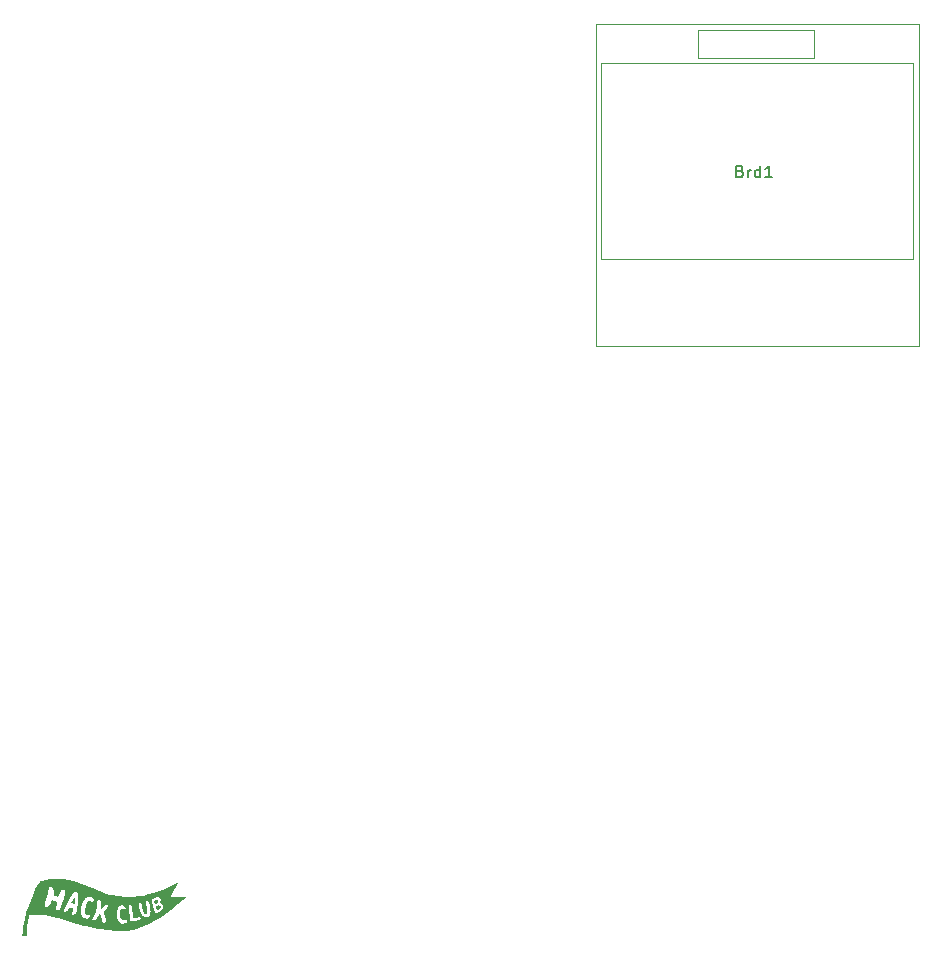
<source format=gbr>
%TF.GenerationSoftware,KiCad,Pcbnew,8.0.5-dirty*%
%TF.CreationDate,2024-10-05T14:38:16-04:00*%
%TF.ProjectId,cool-keyboard,636f6f6c-2d6b-4657-9962-6f6172642e6b,rev?*%
%TF.SameCoordinates,Original*%
%TF.FileFunction,Legend,Top*%
%TF.FilePolarity,Positive*%
%FSLAX46Y46*%
G04 Gerber Fmt 4.6, Leading zero omitted, Abs format (unit mm)*
G04 Created by KiCad (PCBNEW 8.0.5-dirty) date 2024-10-05 14:38:16*
%MOMM*%
%LPD*%
G01*
G04 APERTURE LIST*
%ADD10C,0.000000*%
%ADD11C,0.150000*%
%ADD12C,0.120000*%
G04 APERTURE END LIST*
D10*
G36*
X121919431Y-126609200D02*
G01*
X121930843Y-126609834D01*
X121942080Y-126611128D01*
X121953111Y-126613122D01*
X121958538Y-126614393D01*
X121963902Y-126615854D01*
X121969198Y-126617509D01*
X121974422Y-126619364D01*
X121979570Y-126621422D01*
X121984638Y-126623689D01*
X121989623Y-126626170D01*
X121994520Y-126628869D01*
X121999324Y-126631791D01*
X122004033Y-126634942D01*
X122008642Y-126638326D01*
X122013147Y-126641947D01*
X122017544Y-126645812D01*
X122021828Y-126649924D01*
X122025997Y-126654288D01*
X122030046Y-126658909D01*
X122033971Y-126663793D01*
X122037768Y-126668943D01*
X122041432Y-126674365D01*
X122044961Y-126680064D01*
X122048349Y-126686044D01*
X122051594Y-126692310D01*
X122054690Y-126698868D01*
X122057634Y-126705721D01*
X122064515Y-126725705D01*
X122068601Y-126744915D01*
X122070063Y-126763365D01*
X122069069Y-126781068D01*
X122065789Y-126798039D01*
X122060392Y-126814289D01*
X122053046Y-126829833D01*
X122043922Y-126844685D01*
X122033189Y-126858856D01*
X122021016Y-126872362D01*
X122007571Y-126885215D01*
X121993025Y-126897429D01*
X121977547Y-126909017D01*
X121961305Y-126919992D01*
X121927209Y-126940160D01*
X121892092Y-126958039D01*
X121857307Y-126973737D01*
X121794150Y-126999018D01*
X121748571Y-127016863D01*
X121735757Y-127023265D01*
X121732437Y-127025883D01*
X121731400Y-127028130D01*
X121654144Y-126705721D01*
X121677158Y-126691049D01*
X121703242Y-126675949D01*
X121736659Y-126658552D01*
X121755558Y-126649667D01*
X121775620Y-126641018D01*
X121796620Y-126632874D01*
X121818335Y-126625506D01*
X121840542Y-126619184D01*
X121863017Y-126614177D01*
X121885536Y-126610755D01*
X121907876Y-126609189D01*
X121919431Y-126609200D01*
G37*
G36*
X113350517Y-124345762D02*
G01*
X113652511Y-124364834D01*
X113984571Y-124405590D01*
X114162063Y-124435104D01*
X114347297Y-124471244D01*
X114540347Y-124514413D01*
X114741288Y-124565011D01*
X114950195Y-124623441D01*
X115167144Y-124690105D01*
X115392208Y-124765405D01*
X115625463Y-124849741D01*
X115866985Y-124943517D01*
X116116846Y-125047134D01*
X116375124Y-125160993D01*
X116641892Y-125285498D01*
X116934480Y-125416422D01*
X117226743Y-125529167D01*
X117518204Y-125624585D01*
X117808386Y-125703527D01*
X118096811Y-125766844D01*
X118383001Y-125815388D01*
X118666479Y-125850009D01*
X118946768Y-125871559D01*
X119223390Y-125880889D01*
X119495868Y-125878851D01*
X119763724Y-125866295D01*
X120026480Y-125844073D01*
X120283660Y-125813036D01*
X120534785Y-125774035D01*
X120779379Y-125727922D01*
X121016963Y-125675547D01*
X121469194Y-125555419D01*
X121887659Y-125420460D01*
X122268536Y-125277482D01*
X122608007Y-125133292D01*
X122902252Y-124994702D01*
X123147450Y-124868521D01*
X123475429Y-124680625D01*
X123477223Y-124679657D01*
X123479081Y-124678923D01*
X123480993Y-124678412D01*
X123482950Y-124678115D01*
X123484941Y-124678024D01*
X123486956Y-124678128D01*
X123488987Y-124678418D01*
X123491021Y-124678884D01*
X123493051Y-124679518D01*
X123495066Y-124680309D01*
X123497056Y-124681248D01*
X123499011Y-124682327D01*
X123500921Y-124683534D01*
X123502776Y-124684861D01*
X123504567Y-124686298D01*
X123506283Y-124687837D01*
X123507915Y-124689467D01*
X123509452Y-124691178D01*
X123510886Y-124692962D01*
X123512205Y-124694810D01*
X123513400Y-124696711D01*
X123514461Y-124698656D01*
X123515379Y-124700635D01*
X123516142Y-124702640D01*
X123516742Y-124704661D01*
X123517169Y-124706688D01*
X123517412Y-124708712D01*
X123517462Y-124710723D01*
X123517308Y-124712712D01*
X123516941Y-124714669D01*
X123516352Y-124716586D01*
X123515529Y-124718452D01*
X122947140Y-125824844D01*
X122946361Y-125826488D01*
X122945704Y-125828146D01*
X122945167Y-125829815D01*
X122944746Y-125831491D01*
X122944439Y-125833168D01*
X122944245Y-125834843D01*
X122944159Y-125836511D01*
X122944180Y-125838168D01*
X122944305Y-125839810D01*
X122944532Y-125841432D01*
X122944858Y-125843030D01*
X122945280Y-125844599D01*
X122945796Y-125846136D01*
X122946403Y-125847635D01*
X122947099Y-125849093D01*
X122947881Y-125850504D01*
X122948747Y-125851866D01*
X122949694Y-125853172D01*
X122950719Y-125854420D01*
X122951820Y-125855605D01*
X122952995Y-125856721D01*
X122954241Y-125857766D01*
X122955555Y-125858734D01*
X122956935Y-125859622D01*
X122958377Y-125860424D01*
X122959881Y-125861137D01*
X122961443Y-125861756D01*
X122963060Y-125862277D01*
X122964730Y-125862695D01*
X122966450Y-125863007D01*
X122968219Y-125863207D01*
X122970032Y-125863292D01*
X123429241Y-125867090D01*
X123793941Y-125867075D01*
X124210473Y-125863602D01*
X124212687Y-125863652D01*
X124214837Y-125863856D01*
X124216918Y-125864207D01*
X124218928Y-125864700D01*
X124220862Y-125865325D01*
X124222717Y-125866077D01*
X124224488Y-125866948D01*
X124226172Y-125867931D01*
X124227766Y-125869020D01*
X124229265Y-125870207D01*
X124230665Y-125871485D01*
X124231963Y-125872847D01*
X124233155Y-125874287D01*
X124234238Y-125875797D01*
X124235207Y-125877370D01*
X124236058Y-125878998D01*
X124236789Y-125880676D01*
X124237394Y-125882396D01*
X124237871Y-125884152D01*
X124238215Y-125885935D01*
X124238423Y-125887739D01*
X124238490Y-125889557D01*
X124238414Y-125891382D01*
X124238190Y-125893206D01*
X124237815Y-125895024D01*
X124237284Y-125896828D01*
X124236595Y-125898610D01*
X124235742Y-125900364D01*
X124234723Y-125902083D01*
X124233533Y-125903760D01*
X124232169Y-125905387D01*
X124230627Y-125906958D01*
X123980903Y-126135449D01*
X123545440Y-126510245D01*
X122958644Y-126976863D01*
X122619250Y-127227578D01*
X122254925Y-127480817D01*
X121869971Y-127729770D01*
X121468689Y-127967625D01*
X121055380Y-128187572D01*
X120634344Y-128382801D01*
X120209884Y-128546501D01*
X119997713Y-128614400D01*
X119786299Y-128671862D01*
X119576179Y-128718037D01*
X119367891Y-128752073D01*
X119161972Y-128773118D01*
X118958960Y-128780323D01*
X118536645Y-128774145D01*
X118137337Y-128756269D01*
X117759150Y-128727680D01*
X117400194Y-128689365D01*
X117058580Y-128642310D01*
X116732422Y-128587500D01*
X116419830Y-128525922D01*
X116118916Y-128458562D01*
X115827792Y-128386405D01*
X115544569Y-128310438D01*
X114994275Y-128151018D01*
X114452927Y-127988189D01*
X113905419Y-127829839D01*
X113700614Y-127774580D01*
X116286717Y-127774580D01*
X116287998Y-127790558D01*
X116290966Y-127805433D01*
X116295560Y-127819125D01*
X116301719Y-127831556D01*
X116309380Y-127842644D01*
X116318482Y-127852312D01*
X116328962Y-127860478D01*
X116340760Y-127867063D01*
X116353814Y-127871987D01*
X116368061Y-127875171D01*
X116383440Y-127876534D01*
X116399890Y-127875997D01*
X116417348Y-127873481D01*
X116435752Y-127868905D01*
X116455042Y-127862190D01*
X116475156Y-127853256D01*
X116496030Y-127842023D01*
X116517605Y-127828411D01*
X116539818Y-127812341D01*
X116562607Y-127793734D01*
X116585910Y-127772508D01*
X116609667Y-127748585D01*
X116633814Y-127721884D01*
X116658291Y-127692327D01*
X116683036Y-127659833D01*
X116707986Y-127624322D01*
X116720174Y-127605805D01*
X116732402Y-127584532D01*
X116744556Y-127561048D01*
X116756522Y-127535898D01*
X116768186Y-127509627D01*
X116779434Y-127482780D01*
X116800226Y-127429540D01*
X116817985Y-127380539D01*
X116831800Y-127340138D01*
X116843947Y-127302584D01*
X116960116Y-127289510D01*
X117013780Y-127536754D01*
X117055602Y-127747096D01*
X117072894Y-127845156D01*
X117084966Y-127927507D01*
X117088174Y-127944573D01*
X117093037Y-127961102D01*
X117099442Y-127977022D01*
X117107274Y-127992263D01*
X117116419Y-128006753D01*
X117126762Y-128020421D01*
X117138190Y-128033197D01*
X117150587Y-128045009D01*
X117163840Y-128055787D01*
X117177834Y-128065459D01*
X117192455Y-128073954D01*
X117207588Y-128081202D01*
X117223119Y-128087131D01*
X117238934Y-128091671D01*
X117254919Y-128094750D01*
X117270959Y-128096297D01*
X117286939Y-128096242D01*
X117302746Y-128094512D01*
X117318265Y-128091039D01*
X117333382Y-128085749D01*
X117347983Y-128078573D01*
X117361952Y-128069439D01*
X117375176Y-128058276D01*
X117387541Y-128045013D01*
X117398931Y-128029580D01*
X117409234Y-128011904D01*
X117418333Y-127991916D01*
X117426116Y-127969544D01*
X117432468Y-127944718D01*
X117437274Y-127917365D01*
X117440420Y-127887416D01*
X117441791Y-127854798D01*
X117435922Y-127806162D01*
X117427013Y-127753408D01*
X117414987Y-127696515D01*
X117399768Y-127635465D01*
X117381278Y-127570238D01*
X117359442Y-127500815D01*
X117334180Y-127427175D01*
X117305417Y-127349299D01*
X117297573Y-127328034D01*
X118350472Y-127328034D01*
X118351090Y-127391312D01*
X118353263Y-127438914D01*
X118356577Y-127485208D01*
X118361024Y-127530170D01*
X118366595Y-127573775D01*
X118373282Y-127615997D01*
X118381077Y-127656813D01*
X118389971Y-127696196D01*
X118399957Y-127734123D01*
X118411026Y-127770568D01*
X118423169Y-127805507D01*
X118436378Y-127838915D01*
X118450646Y-127870767D01*
X118465963Y-127901038D01*
X118482322Y-127929704D01*
X118499714Y-127956738D01*
X118518130Y-127982118D01*
X118537564Y-128005817D01*
X118558005Y-128027811D01*
X118579447Y-128048075D01*
X118601881Y-128066585D01*
X118625298Y-128083315D01*
X118649690Y-128098241D01*
X118675049Y-128111337D01*
X118701366Y-128122579D01*
X118728634Y-128131943D01*
X118756844Y-128139402D01*
X118785987Y-128144934D01*
X118816056Y-128148511D01*
X118847042Y-128150111D01*
X118878937Y-128149707D01*
X118911733Y-128147275D01*
X118945421Y-128142791D01*
X118978249Y-128136686D01*
X119008535Y-128129471D01*
X119036368Y-128121229D01*
X119061842Y-128112045D01*
X119085048Y-128102002D01*
X119106078Y-128091183D01*
X119125024Y-128079673D01*
X119141978Y-128067556D01*
X119157031Y-128054916D01*
X119170277Y-128041835D01*
X119181806Y-128028399D01*
X119191710Y-128014690D01*
X119200082Y-128000793D01*
X119207014Y-127986792D01*
X119212596Y-127972770D01*
X119216922Y-127958811D01*
X119220083Y-127945000D01*
X119222171Y-127931419D01*
X119223278Y-127918153D01*
X119223496Y-127905285D01*
X119222916Y-127892900D01*
X119221632Y-127881081D01*
X119219733Y-127869912D01*
X119217314Y-127859477D01*
X119214464Y-127849860D01*
X119211277Y-127841144D01*
X119207845Y-127833413D01*
X119204258Y-127826752D01*
X119200610Y-127821244D01*
X119196991Y-127816972D01*
X119193495Y-127814021D01*
X119190212Y-127812475D01*
X119185378Y-127810918D01*
X119180776Y-127808963D01*
X119171319Y-127804511D01*
X119165986Y-127802338D01*
X119159934Y-127800418D01*
X119152923Y-127798912D01*
X119144715Y-127797984D01*
X119135072Y-127797795D01*
X119123756Y-127798508D01*
X119110529Y-127800285D01*
X119095152Y-127803289D01*
X119077387Y-127807682D01*
X119056995Y-127813627D01*
X119033739Y-127821285D01*
X119007381Y-127830820D01*
X118993488Y-127835723D01*
X118979809Y-127839906D01*
X118966340Y-127843361D01*
X118953076Y-127846080D01*
X118940015Y-127848056D01*
X118927154Y-127849281D01*
X118914489Y-127849748D01*
X118902016Y-127849449D01*
X118889732Y-127848377D01*
X118877633Y-127846524D01*
X118865717Y-127843883D01*
X118853980Y-127840445D01*
X118842419Y-127836205D01*
X118831029Y-127831153D01*
X118819808Y-127825283D01*
X118808752Y-127818586D01*
X118797858Y-127811057D01*
X118787122Y-127802686D01*
X118776541Y-127793466D01*
X118766112Y-127783390D01*
X118755830Y-127772451D01*
X118745694Y-127760640D01*
X118735699Y-127747950D01*
X118725841Y-127734374D01*
X118716119Y-127719904D01*
X118706527Y-127704533D01*
X118687722Y-127671056D01*
X118669401Y-127633883D01*
X118651536Y-127592953D01*
X118640241Y-127562332D01*
X118629784Y-127528704D01*
X118620340Y-127492477D01*
X118612079Y-127454057D01*
X118605174Y-127413854D01*
X118599798Y-127372273D01*
X118596122Y-127329723D01*
X118594319Y-127286612D01*
X118594560Y-127243346D01*
X118597019Y-127200334D01*
X118601867Y-127157983D01*
X118609276Y-127116701D01*
X118619418Y-127076894D01*
X118632467Y-127038972D01*
X118640135Y-127020844D01*
X118648593Y-127003340D01*
X118657865Y-126986511D01*
X118667970Y-126970408D01*
X118671110Y-126965858D01*
X118674237Y-126961513D01*
X118677350Y-126957367D01*
X118680445Y-126953414D01*
X118683520Y-126949648D01*
X118686573Y-126946063D01*
X118692603Y-126939413D01*
X118698514Y-126933416D01*
X118704288Y-126928024D01*
X118709904Y-126923189D01*
X118715343Y-126918863D01*
X118720586Y-126914999D01*
X118725612Y-126911550D01*
X118730403Y-126908466D01*
X118734938Y-126905701D01*
X118750136Y-126896872D01*
X118756429Y-126893268D01*
X118762722Y-126890116D01*
X118769003Y-126887396D01*
X118775261Y-126885088D01*
X118781486Y-126883172D01*
X118787668Y-126881627D01*
X118793794Y-126880435D01*
X118799856Y-126879573D01*
X118805841Y-126879023D01*
X118811739Y-126878764D01*
X118817539Y-126878777D01*
X118823232Y-126879040D01*
X118828805Y-126879534D01*
X118834248Y-126880238D01*
X118839551Y-126881133D01*
X118844702Y-126882198D01*
X118849691Y-126883413D01*
X118854507Y-126884759D01*
X118863579Y-126887759D01*
X118871830Y-126891038D01*
X118879175Y-126894434D01*
X118885528Y-126897786D01*
X118890803Y-126900933D01*
X118894914Y-126903713D01*
X118897775Y-126905967D01*
X118914960Y-126917893D01*
X118931267Y-126928194D01*
X118946706Y-126936925D01*
X118961284Y-126944142D01*
X118975011Y-126949899D01*
X118987896Y-126954254D01*
X118999946Y-126957261D01*
X119011171Y-126958976D01*
X119021579Y-126959455D01*
X119031178Y-126958754D01*
X119039978Y-126956927D01*
X119047988Y-126954031D01*
X119055215Y-126950121D01*
X119061668Y-126945253D01*
X119067356Y-126939483D01*
X119072288Y-126932865D01*
X119076472Y-126925456D01*
X119079918Y-126917312D01*
X119082632Y-126908487D01*
X119084625Y-126899038D01*
X119085905Y-126889021D01*
X119086480Y-126878490D01*
X119086360Y-126867501D01*
X119085552Y-126856111D01*
X119084066Y-126844374D01*
X119081910Y-126832346D01*
X119079092Y-126820084D01*
X119075622Y-126807642D01*
X119071508Y-126795076D01*
X119066758Y-126782441D01*
X119061382Y-126769794D01*
X119055388Y-126757191D01*
X119041238Y-126737984D01*
X119026769Y-126719897D01*
X119013821Y-126705050D01*
X119355835Y-126705050D01*
X119356881Y-126743154D01*
X119359245Y-126783987D01*
X119367343Y-126872564D01*
X119378950Y-126968228D01*
X119392890Y-127068426D01*
X119423061Y-127272213D01*
X119436937Y-127370697D01*
X119448439Y-127463504D01*
X119475700Y-127720969D01*
X119481044Y-127766554D01*
X119486956Y-127810456D01*
X119494016Y-127855590D01*
X119502803Y-127904873D01*
X119507216Y-127916946D01*
X119515367Y-127927075D01*
X119527004Y-127935358D01*
X119541876Y-127941898D01*
X119559733Y-127946794D01*
X119580324Y-127950147D01*
X119603397Y-127952056D01*
X119628702Y-127952624D01*
X119685001Y-127950133D01*
X119747215Y-127943478D01*
X119813334Y-127933463D01*
X119881351Y-127920890D01*
X120015046Y-127891286D01*
X120132234Y-127861097D01*
X120216852Y-127836749D01*
X120252834Y-127824671D01*
X120256705Y-127822769D01*
X120261905Y-127820796D01*
X120275609Y-127816164D01*
X120283774Y-127813270D01*
X120292586Y-127809833D01*
X120301876Y-127805737D01*
X120311474Y-127800864D01*
X120321210Y-127795095D01*
X120326076Y-127791838D01*
X120330913Y-127788313D01*
X120335700Y-127784506D01*
X120340414Y-127780401D01*
X120345035Y-127775985D01*
X120349542Y-127771241D01*
X120353913Y-127766156D01*
X120358127Y-127760715D01*
X120362163Y-127754904D01*
X120366000Y-127748706D01*
X120369615Y-127742109D01*
X120372989Y-127735096D01*
X120376099Y-127727654D01*
X120378925Y-127719768D01*
X120381679Y-127711955D01*
X120383360Y-127704423D01*
X120384016Y-127697176D01*
X120383695Y-127690217D01*
X120382446Y-127683549D01*
X120380316Y-127677176D01*
X120377353Y-127671101D01*
X120373607Y-127665328D01*
X120369124Y-127659859D01*
X120363952Y-127654699D01*
X120358141Y-127649850D01*
X120351738Y-127645317D01*
X120344791Y-127641102D01*
X120337348Y-127637209D01*
X120321168Y-127630402D01*
X120303583Y-127624922D01*
X120284977Y-127620798D01*
X120265735Y-127618056D01*
X120246242Y-127616723D01*
X120226883Y-127616827D01*
X120208043Y-127618394D01*
X120190107Y-127621451D01*
X120173459Y-127626026D01*
X120131984Y-127638363D01*
X120074973Y-127652729D01*
X120008273Y-127667211D01*
X119973115Y-127673899D01*
X119937727Y-127679900D01*
X119902840Y-127684974D01*
X119869183Y-127688884D01*
X119837487Y-127691389D01*
X119808484Y-127692252D01*
X119782903Y-127691233D01*
X119771624Y-127689944D01*
X119761476Y-127688094D01*
X119752548Y-127685655D01*
X119744932Y-127682596D01*
X119738720Y-127678887D01*
X119734003Y-127674499D01*
X119726836Y-127659406D01*
X119720920Y-127633817D01*
X119716000Y-127598844D01*
X119711822Y-127555598D01*
X119697422Y-127322119D01*
X119688038Y-127184641D01*
X119674479Y-127045192D01*
X119665496Y-126977507D01*
X119654703Y-126912664D01*
X119641847Y-126851774D01*
X119626671Y-126795948D01*
X119623471Y-126777128D01*
X119620110Y-126759054D01*
X119616593Y-126741716D01*
X119612926Y-126725103D01*
X119609116Y-126709206D01*
X119605169Y-126694013D01*
X119601091Y-126679516D01*
X119596889Y-126665702D01*
X119592569Y-126652564D01*
X119588138Y-126640089D01*
X119583601Y-126628268D01*
X119578964Y-126617091D01*
X119574236Y-126606547D01*
X119569420Y-126596627D01*
X119564525Y-126587319D01*
X119559556Y-126578615D01*
X119554519Y-126570502D01*
X119549421Y-126562972D01*
X119544268Y-126556015D01*
X119539067Y-126549619D01*
X119533823Y-126543774D01*
X119528543Y-126538471D01*
X119523234Y-126533699D01*
X119517901Y-126529448D01*
X119512551Y-126525708D01*
X119507191Y-126522469D01*
X119501826Y-126519719D01*
X119496463Y-126517450D01*
X119491108Y-126515650D01*
X119485767Y-126514310D01*
X119480448Y-126513419D01*
X119475155Y-126512968D01*
X119469198Y-126512974D01*
X119463293Y-126513516D01*
X119457449Y-126514579D01*
X119451675Y-126516148D01*
X119445981Y-126518208D01*
X119440376Y-126520745D01*
X119434868Y-126523742D01*
X119429468Y-126527186D01*
X119424184Y-126531062D01*
X119419025Y-126535355D01*
X119409121Y-126545130D01*
X119399828Y-126556393D01*
X119391221Y-126569025D01*
X119383372Y-126582906D01*
X119376355Y-126597917D01*
X119370244Y-126613940D01*
X119365111Y-126630855D01*
X119361030Y-126648542D01*
X119358075Y-126666883D01*
X119356319Y-126685759D01*
X119355835Y-126705050D01*
X119013821Y-126705050D01*
X119011986Y-126702945D01*
X118996891Y-126687141D01*
X118981489Y-126672499D01*
X118965784Y-126659035D01*
X118949780Y-126646762D01*
X118933480Y-126635695D01*
X118916889Y-126625849D01*
X118900011Y-126617237D01*
X118882849Y-126609873D01*
X118865407Y-126603773D01*
X118847690Y-126598950D01*
X118829701Y-126595420D01*
X118811444Y-126593195D01*
X118792924Y-126592291D01*
X118778339Y-126592511D01*
X118763600Y-126593545D01*
X118748707Y-126595400D01*
X118733663Y-126598084D01*
X118718469Y-126601602D01*
X118703127Y-126605962D01*
X118687640Y-126611169D01*
X118672008Y-126617232D01*
X118656234Y-126624155D01*
X118640319Y-126631947D01*
X118624266Y-126640613D01*
X118608076Y-126650161D01*
X118591751Y-126660597D01*
X118575292Y-126671927D01*
X118558702Y-126684158D01*
X118541983Y-126697298D01*
X118519566Y-126721308D01*
X118498272Y-126747828D01*
X118478160Y-126776875D01*
X118459289Y-126808463D01*
X118441718Y-126842607D01*
X118425505Y-126879323D01*
X118410711Y-126918627D01*
X118397394Y-126960533D01*
X118385612Y-127005057D01*
X118375425Y-127052214D01*
X118366891Y-127102019D01*
X118360070Y-127154489D01*
X118355020Y-127209638D01*
X118351801Y-127267481D01*
X118350472Y-127328034D01*
X117297573Y-127328034D01*
X117296295Y-127324571D01*
X117285860Y-127298796D01*
X117272367Y-127268646D01*
X117264676Y-127253000D01*
X117256462Y-127237545D01*
X117247807Y-127222707D01*
X117238790Y-127208916D01*
X117229492Y-127196599D01*
X117224763Y-127191127D01*
X117219994Y-127186184D01*
X117215196Y-127181824D01*
X117210377Y-127178099D01*
X117205549Y-127175064D01*
X117200721Y-127172773D01*
X117258292Y-127113864D01*
X117318036Y-127050511D01*
X117387558Y-126973700D01*
X117458711Y-126890286D01*
X117492353Y-126848245D01*
X117523348Y-126807124D01*
X117550677Y-126767780D01*
X117573323Y-126731070D01*
X117590266Y-126697851D01*
X117596282Y-126682818D01*
X117600490Y-126668979D01*
X117606086Y-126641916D01*
X117609101Y-126616344D01*
X117609364Y-126592698D01*
X117608410Y-126581735D01*
X117606705Y-126571417D01*
X117604226Y-126561800D01*
X117600954Y-126552938D01*
X117596866Y-126544885D01*
X117591941Y-126537697D01*
X117586159Y-126531427D01*
X117579498Y-126526132D01*
X117571936Y-126521864D01*
X117563452Y-126518679D01*
X117554026Y-126516632D01*
X117543636Y-126515777D01*
X117532260Y-126516168D01*
X117519878Y-126517861D01*
X117506469Y-126520910D01*
X117492010Y-126525370D01*
X117476481Y-126531295D01*
X117459861Y-126538740D01*
X117442127Y-126547759D01*
X117423260Y-126558408D01*
X117403238Y-126570741D01*
X117382040Y-126584812D01*
X117359644Y-126600676D01*
X117336029Y-126618388D01*
X117311173Y-126638002D01*
X117285057Y-126659574D01*
X117259037Y-126681668D01*
X117234456Y-126702819D01*
X117211271Y-126723043D01*
X117189445Y-126742356D01*
X117168936Y-126760773D01*
X117149704Y-126778310D01*
X117131709Y-126794984D01*
X117114911Y-126810809D01*
X117099270Y-126825803D01*
X117084746Y-126839980D01*
X117071299Y-126853357D01*
X117058888Y-126865949D01*
X117047474Y-126877772D01*
X117037016Y-126888843D01*
X117027475Y-126899176D01*
X117018809Y-126908789D01*
X117003946Y-126925913D01*
X116992106Y-126940343D01*
X116982968Y-126952205D01*
X116976211Y-126961626D01*
X116971514Y-126968733D01*
X116968556Y-126973652D01*
X116966575Y-126977436D01*
X116977072Y-126926420D01*
X116987688Y-126869280D01*
X116999656Y-126796945D01*
X117011307Y-126713832D01*
X117020970Y-126624363D01*
X117024535Y-126578626D01*
X117026977Y-126532956D01*
X117027679Y-126504436D01*
X120202575Y-126504436D01*
X120202660Y-126517154D01*
X120203638Y-126530228D01*
X120210705Y-126583110D01*
X120220886Y-126638390D01*
X120234920Y-126699900D01*
X120253547Y-126771468D01*
X120307530Y-126960103D01*
X120388743Y-127234939D01*
X120402021Y-127272679D01*
X120416640Y-127307748D01*
X120432494Y-127340240D01*
X120449476Y-127370251D01*
X120467479Y-127397874D01*
X120486398Y-127423204D01*
X120506124Y-127446337D01*
X120526552Y-127467366D01*
X120547575Y-127486386D01*
X120569085Y-127503493D01*
X120590978Y-127518780D01*
X120613144Y-127532342D01*
X120635479Y-127544274D01*
X120657875Y-127554670D01*
X120680225Y-127563626D01*
X120702424Y-127571235D01*
X120724363Y-127577593D01*
X120745937Y-127582793D01*
X120787562Y-127590102D01*
X120826445Y-127593919D01*
X120861731Y-127595000D01*
X120892568Y-127594103D01*
X120918102Y-127591985D01*
X120949846Y-127587114D01*
X120965958Y-127582803D01*
X120981271Y-127577761D01*
X120995810Y-127572021D01*
X121009601Y-127565611D01*
X121022669Y-127558562D01*
X121035040Y-127550904D01*
X121046739Y-127542669D01*
X121057792Y-127533885D01*
X121068224Y-127524584D01*
X121078061Y-127514795D01*
X121087328Y-127504549D01*
X121096050Y-127493877D01*
X121111963Y-127471373D01*
X121126003Y-127447525D01*
X121138375Y-127422577D01*
X121149281Y-127396769D01*
X121158926Y-127370346D01*
X121167514Y-127343549D01*
X121182330Y-127289803D01*
X121195360Y-127237472D01*
X121200795Y-127207770D01*
X121203900Y-127172607D01*
X121204835Y-127132586D01*
X121203760Y-127088309D01*
X121200834Y-127040379D01*
X121196218Y-126989401D01*
X121182552Y-126880708D01*
X121164041Y-126767057D01*
X121141963Y-126653271D01*
X121117594Y-126544177D01*
X121092215Y-126444600D01*
X121083288Y-126421714D01*
X121073733Y-126400124D01*
X121063614Y-126379857D01*
X121052994Y-126360937D01*
X121041937Y-126343391D01*
X121036263Y-126335141D01*
X121030504Y-126327244D01*
X121024667Y-126319703D01*
X121018760Y-126312521D01*
X121012791Y-126305702D01*
X121006768Y-126299248D01*
X121000699Y-126293164D01*
X120994591Y-126287451D01*
X120988453Y-126282114D01*
X120982292Y-126277155D01*
X120976117Y-126272578D01*
X120969935Y-126268386D01*
X120963755Y-126264582D01*
X120957583Y-126261169D01*
X120951429Y-126258150D01*
X120945299Y-126255529D01*
X120939202Y-126253309D01*
X120933146Y-126251493D01*
X120927139Y-126250084D01*
X120921188Y-126249086D01*
X120915301Y-126248501D01*
X120909487Y-126248333D01*
X120900605Y-126248907D01*
X120891947Y-126250510D01*
X120883543Y-126253153D01*
X120875423Y-126256848D01*
X120867616Y-126261607D01*
X120860151Y-126267442D01*
X120853059Y-126274366D01*
X120846369Y-126282388D01*
X120840111Y-126291523D01*
X120834315Y-126301782D01*
X120829009Y-126313176D01*
X120824225Y-126325718D01*
X120819990Y-126339420D01*
X120816336Y-126354293D01*
X120813292Y-126370349D01*
X120810888Y-126387601D01*
X120810975Y-126400001D01*
X120811825Y-126412964D01*
X120813378Y-126426497D01*
X120815577Y-126440603D01*
X120821684Y-126470558D01*
X120829685Y-126502868D01*
X120849523Y-126574718D01*
X120860437Y-126614337D01*
X120871401Y-126656473D01*
X120886786Y-126749417D01*
X120901401Y-126845128D01*
X120913833Y-126940791D01*
X120918789Y-126987725D01*
X120922670Y-127033593D01*
X120925299Y-127078041D01*
X120926500Y-127120718D01*
X120926096Y-127161273D01*
X120923911Y-127199353D01*
X120919768Y-127234607D01*
X120913491Y-127266684D01*
X120904904Y-127295230D01*
X120899688Y-127308070D01*
X120893828Y-127319895D01*
X120888407Y-127327093D01*
X120882641Y-127333735D01*
X120876552Y-127339828D01*
X120870164Y-127345374D01*
X120863499Y-127350380D01*
X120856579Y-127354848D01*
X120849428Y-127358784D01*
X120842067Y-127362192D01*
X120834521Y-127365076D01*
X120826810Y-127367440D01*
X120818958Y-127369290D01*
X120810988Y-127370630D01*
X120802922Y-127371464D01*
X120794783Y-127371796D01*
X120786594Y-127371631D01*
X120778376Y-127370973D01*
X120770154Y-127369827D01*
X120761949Y-127368197D01*
X120753784Y-127366088D01*
X120745681Y-127363503D01*
X120737664Y-127360449D01*
X120729756Y-127356928D01*
X120721978Y-127352945D01*
X120714353Y-127348505D01*
X120706904Y-127343612D01*
X120699654Y-127338271D01*
X120692626Y-127332486D01*
X120685841Y-127326261D01*
X120679323Y-127319601D01*
X120673094Y-127312510D01*
X120667177Y-127304993D01*
X120661595Y-127297054D01*
X120642221Y-127253507D01*
X120623529Y-127204035D01*
X120605490Y-127149645D01*
X120588074Y-127091349D01*
X120554997Y-126967070D01*
X120524065Y-126839270D01*
X120495044Y-126716022D01*
X120467700Y-126605398D01*
X120454585Y-126557343D01*
X120441801Y-126515472D01*
X120429320Y-126480793D01*
X120417113Y-126454315D01*
X120408994Y-126440791D01*
X120400569Y-126428627D01*
X120391876Y-126417791D01*
X120382957Y-126408248D01*
X120373851Y-126399965D01*
X120364599Y-126392910D01*
X120355240Y-126387047D01*
X120345814Y-126382344D01*
X120336362Y-126378768D01*
X120326923Y-126376284D01*
X120317538Y-126374859D01*
X120308246Y-126374459D01*
X120299087Y-126375052D01*
X120290102Y-126376603D01*
X120281330Y-126379080D01*
X120272812Y-126382447D01*
X120264587Y-126386673D01*
X120256696Y-126391724D01*
X120249178Y-126397565D01*
X120242073Y-126404164D01*
X120235423Y-126411486D01*
X120229265Y-126419499D01*
X120223642Y-126428169D01*
X120218591Y-126437463D01*
X120214155Y-126447346D01*
X120210371Y-126457785D01*
X120207282Y-126468747D01*
X120204926Y-126480199D01*
X120203344Y-126492106D01*
X120202575Y-126504436D01*
X117027679Y-126504436D01*
X117028087Y-126487908D01*
X117027656Y-126444031D01*
X117028846Y-126428451D01*
X117029237Y-126413073D01*
X117028860Y-126397917D01*
X117027745Y-126383003D01*
X117025921Y-126368349D01*
X117023417Y-126353976D01*
X117020264Y-126339903D01*
X117016491Y-126326149D01*
X117012128Y-126312734D01*
X117007204Y-126299677D01*
X117001749Y-126286999D01*
X116995793Y-126274717D01*
X116989365Y-126262852D01*
X116982495Y-126251424D01*
X116975212Y-126240451D01*
X116967547Y-126229953D01*
X116959528Y-126219950D01*
X116951186Y-126210461D01*
X116942550Y-126201505D01*
X116937599Y-126196831D01*
X121287285Y-126196831D01*
X121287398Y-126202242D01*
X121288276Y-126212887D01*
X121289793Y-126223317D01*
X121291672Y-126233555D01*
X121295406Y-126253552D01*
X121430940Y-126697177D01*
X121524839Y-127017555D01*
X121556296Y-127134092D01*
X121565398Y-127172911D01*
X121569033Y-127195510D01*
X121569822Y-127198900D01*
X121571228Y-127202073D01*
X121573228Y-127205033D01*
X121575803Y-127207779D01*
X121578932Y-127210314D01*
X121582592Y-127212637D01*
X121591423Y-127216657D01*
X121602127Y-127219848D01*
X121614537Y-127222219D01*
X121628482Y-127223781D01*
X121643793Y-127224542D01*
X121660301Y-127224512D01*
X121677838Y-127223700D01*
X121696233Y-127222117D01*
X121715317Y-127219771D01*
X121734923Y-127216672D01*
X121754879Y-127212829D01*
X121775017Y-127208253D01*
X121795169Y-127202952D01*
X121853103Y-127182358D01*
X121907515Y-127160317D01*
X121958331Y-127136909D01*
X121982368Y-127124717D01*
X122005478Y-127112213D01*
X122027652Y-127099408D01*
X122048881Y-127086310D01*
X122069156Y-127072931D01*
X122088467Y-127059279D01*
X122106805Y-127045365D01*
X122124161Y-127031200D01*
X122140526Y-127016792D01*
X122155890Y-127002152D01*
X122170244Y-126987290D01*
X122183579Y-126972216D01*
X122195886Y-126956939D01*
X122207155Y-126941470D01*
X122217377Y-126925819D01*
X122226543Y-126909996D01*
X122234644Y-126894010D01*
X122241670Y-126877872D01*
X122247613Y-126861592D01*
X122252462Y-126845179D01*
X122256209Y-126828643D01*
X122258845Y-126811995D01*
X122260359Y-126795245D01*
X122260744Y-126778402D01*
X122259989Y-126761477D01*
X122258086Y-126744478D01*
X122252252Y-126710939D01*
X122244707Y-126678525D01*
X122240311Y-126662778D01*
X122235509Y-126647357D01*
X122230306Y-126632277D01*
X122224711Y-126617553D01*
X122218731Y-126603200D01*
X122212371Y-126589234D01*
X122205640Y-126575669D01*
X122198544Y-126562520D01*
X122191091Y-126549803D01*
X122183286Y-126537531D01*
X122175138Y-126525721D01*
X122166653Y-126514387D01*
X122157838Y-126503544D01*
X122148700Y-126493207D01*
X122139246Y-126483391D01*
X122129483Y-126474111D01*
X122119418Y-126465383D01*
X122109058Y-126457220D01*
X122098410Y-126449639D01*
X122087481Y-126442654D01*
X122076278Y-126436279D01*
X122064807Y-126430531D01*
X122053076Y-126425424D01*
X122041093Y-126420973D01*
X122028862Y-126417193D01*
X122016393Y-126414099D01*
X122003691Y-126411706D01*
X121990764Y-126410028D01*
X121997689Y-126395474D01*
X122005316Y-126378412D01*
X122014803Y-126355830D01*
X122025465Y-126328484D01*
X122036615Y-126297125D01*
X122047567Y-126262509D01*
X122052754Y-126244215D01*
X122057634Y-126225388D01*
X122059453Y-126214374D01*
X122060849Y-126203269D01*
X122061830Y-126192092D01*
X122062403Y-126180861D01*
X122062578Y-126169598D01*
X122062363Y-126158320D01*
X122061765Y-126147047D01*
X122060794Y-126135798D01*
X122057763Y-126113451D01*
X122053336Y-126091432D01*
X122047580Y-126069896D01*
X122040561Y-126048997D01*
X122032344Y-126028889D01*
X122022998Y-126009726D01*
X122012587Y-125991663D01*
X122007003Y-125983092D01*
X122001178Y-125974853D01*
X121995120Y-125966967D01*
X121988838Y-125959452D01*
X121982339Y-125952327D01*
X121975632Y-125945612D01*
X121968726Y-125939327D01*
X121961628Y-125933489D01*
X121954347Y-125928119D01*
X121946891Y-125923237D01*
X121940422Y-125920983D01*
X121933896Y-125918873D01*
X121927313Y-125916907D01*
X121920672Y-125915085D01*
X121913972Y-125913406D01*
X121907214Y-125911871D01*
X121893520Y-125909230D01*
X121879585Y-125907161D01*
X121865406Y-125905663D01*
X121850980Y-125904735D01*
X121836304Y-125904375D01*
X121813810Y-125904898D01*
X121790732Y-125906697D01*
X121767055Y-125909769D01*
X121742768Y-125914110D01*
X121717858Y-125919716D01*
X121692313Y-125926585D01*
X121666120Y-125934714D01*
X121639267Y-125944098D01*
X121611741Y-125954736D01*
X121583529Y-125966623D01*
X121554620Y-125979756D01*
X121525001Y-125994132D01*
X121494659Y-126009748D01*
X121463582Y-126026601D01*
X121431758Y-126044687D01*
X121399173Y-126064003D01*
X121386474Y-126071370D01*
X121374732Y-126078614D01*
X121363911Y-126085737D01*
X121353978Y-126092744D01*
X121344897Y-126099636D01*
X121336634Y-126106417D01*
X121329154Y-126113089D01*
X121322423Y-126119656D01*
X121316406Y-126126122D01*
X121311069Y-126132488D01*
X121306376Y-126138757D01*
X121302293Y-126144934D01*
X121298786Y-126151021D01*
X121295819Y-126157020D01*
X121293359Y-126162936D01*
X121291370Y-126168770D01*
X121289818Y-126174526D01*
X121288668Y-126180207D01*
X121287886Y-126185817D01*
X121287436Y-126191357D01*
X121287285Y-126196831D01*
X116937599Y-126196831D01*
X116933650Y-126193103D01*
X116924515Y-126185273D01*
X116915175Y-126178035D01*
X116905660Y-126171409D01*
X116895999Y-126165413D01*
X116886222Y-126160068D01*
X116876358Y-126155393D01*
X116866438Y-126151407D01*
X116856491Y-126148130D01*
X116846546Y-126145581D01*
X116836634Y-126143780D01*
X116826783Y-126142746D01*
X116817023Y-126142499D01*
X116817023Y-126142500D01*
X116808256Y-126142975D01*
X116799610Y-126144132D01*
X116791110Y-126145984D01*
X116782777Y-126148547D01*
X116774632Y-126151836D01*
X116766700Y-126155864D01*
X116762820Y-126158160D01*
X116759001Y-126160646D01*
X116755246Y-126163324D01*
X116751558Y-126166196D01*
X116747940Y-126169265D01*
X116744394Y-126172530D01*
X116740923Y-126175995D01*
X116737530Y-126179662D01*
X116734217Y-126183531D01*
X116730988Y-126187605D01*
X116724792Y-126196376D01*
X116718964Y-126205987D01*
X116713524Y-126216454D01*
X116708497Y-126227791D01*
X116703904Y-126240013D01*
X116689896Y-126289576D01*
X116679681Y-126339774D01*
X116672502Y-126390915D01*
X116667599Y-126443306D01*
X116655586Y-126671523D01*
X116650690Y-126734776D01*
X116643520Y-126801123D01*
X116633317Y-126870872D01*
X116619324Y-126944330D01*
X116600781Y-127021804D01*
X116576930Y-127103602D01*
X116547014Y-127190030D01*
X116510272Y-127281397D01*
X116499808Y-127305465D01*
X116487867Y-127331493D01*
X116460641Y-127387703D01*
X116430769Y-127446575D01*
X116400430Y-127504656D01*
X116317933Y-127660030D01*
X116307791Y-127680948D01*
X116299707Y-127701241D01*
X116293619Y-127720831D01*
X116289466Y-127739637D01*
X116287186Y-127757580D01*
X116286717Y-127774580D01*
X113700614Y-127774580D01*
X113391921Y-127691292D01*
X112938274Y-127578036D01*
X112730424Y-127530949D01*
X112533374Y-127490253D01*
X112345735Y-127455971D01*
X112166121Y-127428125D01*
X111993143Y-127406740D01*
X111825413Y-127391837D01*
X111661544Y-127383439D01*
X111500149Y-127381570D01*
X111339840Y-127386253D01*
X111179228Y-127397509D01*
X111016927Y-127415363D01*
X110851548Y-127439836D01*
X110849752Y-127440075D01*
X110847978Y-127440194D01*
X110846227Y-127440198D01*
X110844504Y-127440088D01*
X110842813Y-127439870D01*
X110841155Y-127439547D01*
X110839536Y-127439123D01*
X110837958Y-127438601D01*
X110836425Y-127437985D01*
X110834941Y-127437279D01*
X110833507Y-127436486D01*
X110832129Y-127435610D01*
X110830809Y-127434656D01*
X110829551Y-127433626D01*
X110828358Y-127432524D01*
X110827234Y-127431354D01*
X110826182Y-127430120D01*
X110825206Y-127428825D01*
X110824308Y-127427473D01*
X110823493Y-127426068D01*
X110822763Y-127424614D01*
X110822122Y-127423113D01*
X110821574Y-127421571D01*
X110821122Y-127419990D01*
X110820770Y-127418374D01*
X110820520Y-127416727D01*
X110820376Y-127415053D01*
X110820342Y-127413356D01*
X110820421Y-127411638D01*
X110820616Y-127409904D01*
X110820931Y-127408157D01*
X110821369Y-127406402D01*
X111064619Y-126552189D01*
X112238525Y-126552189D01*
X112239973Y-126585504D01*
X112244399Y-126614961D01*
X112251590Y-126640677D01*
X112261337Y-126662770D01*
X112273426Y-126681357D01*
X112287646Y-126696556D01*
X112303786Y-126708484D01*
X112321634Y-126717258D01*
X112340979Y-126722996D01*
X112361608Y-126725815D01*
X112383310Y-126725832D01*
X112405874Y-126723166D01*
X112429087Y-126717933D01*
X112452739Y-126710251D01*
X112476618Y-126700237D01*
X112500511Y-126688008D01*
X112524208Y-126673683D01*
X112547496Y-126657378D01*
X112570165Y-126639210D01*
X112592002Y-126619298D01*
X112612796Y-126597758D01*
X112632335Y-126574708D01*
X112650408Y-126550265D01*
X112666802Y-126524547D01*
X112681307Y-126497672D01*
X112744320Y-126376942D01*
X112799796Y-126268781D01*
X112854320Y-126161000D01*
X113305920Y-126334116D01*
X113283093Y-126458209D01*
X113259557Y-126579412D01*
X113232385Y-126709907D01*
X113220686Y-126749839D01*
X113212085Y-126786915D01*
X113206425Y-126821177D01*
X113203551Y-126852663D01*
X113203305Y-126881415D01*
X113205531Y-126907474D01*
X113210072Y-126930879D01*
X113216773Y-126951671D01*
X113225477Y-126969892D01*
X113236026Y-126985581D01*
X113248265Y-126998778D01*
X113262038Y-127009525D01*
X113277187Y-127017862D01*
X113293556Y-127023829D01*
X113310989Y-127027468D01*
X113329329Y-127028817D01*
X113348420Y-127027919D01*
X113368105Y-127024813D01*
X113371873Y-127023825D01*
X113879163Y-127023825D01*
X113879246Y-127042656D01*
X113881187Y-127060463D01*
X113884916Y-127077105D01*
X113890366Y-127092441D01*
X113897470Y-127106333D01*
X113906161Y-127118639D01*
X113916370Y-127129220D01*
X113928029Y-127137934D01*
X113941072Y-127144642D01*
X113955431Y-127149204D01*
X113971038Y-127151478D01*
X113987825Y-127151326D01*
X114005724Y-127148606D01*
X114024669Y-127143178D01*
X114044591Y-127134903D01*
X114065423Y-127123639D01*
X114087098Y-127109247D01*
X114109547Y-127091586D01*
X114132702Y-127070516D01*
X114156498Y-127045897D01*
X114180865Y-127017588D01*
X114205736Y-126985450D01*
X114231043Y-126949341D01*
X114256719Y-126909122D01*
X114282697Y-126864652D01*
X114308908Y-126815792D01*
X114665992Y-126855686D01*
X114633653Y-126952274D01*
X114601095Y-127053833D01*
X114564603Y-127173858D01*
X114555880Y-127198912D01*
X114549296Y-127222627D01*
X114544760Y-127244988D01*
X114542180Y-127265981D01*
X114541464Y-127285592D01*
X114542521Y-127303808D01*
X114545260Y-127320615D01*
X114549590Y-127335999D01*
X114555418Y-127349946D01*
X114562654Y-127362442D01*
X114571206Y-127373474D01*
X114580982Y-127383027D01*
X114591892Y-127391088D01*
X114603844Y-127397642D01*
X114616746Y-127402677D01*
X114630507Y-127406177D01*
X114645035Y-127408130D01*
X114660240Y-127408521D01*
X114676029Y-127407337D01*
X114692312Y-127404564D01*
X114708997Y-127400187D01*
X114725992Y-127394194D01*
X114743206Y-127386569D01*
X114760547Y-127377300D01*
X114777925Y-127366373D01*
X114795248Y-127353773D01*
X114812423Y-127339487D01*
X114829361Y-127323500D01*
X114845970Y-127305800D01*
X114862157Y-127286372D01*
X114877832Y-127265202D01*
X114892903Y-127242277D01*
X114903808Y-127219049D01*
X114918795Y-127175956D01*
X114956111Y-127042969D01*
X115307726Y-127042969D01*
X115308871Y-127099294D01*
X115312377Y-127157336D01*
X115318671Y-127216289D01*
X115328179Y-127275351D01*
X115341329Y-127333719D01*
X115358548Y-127390590D01*
X115380263Y-127445159D01*
X115391693Y-127469993D01*
X115404026Y-127493281D01*
X115417191Y-127515075D01*
X115431114Y-127535425D01*
X115445724Y-127554383D01*
X115460949Y-127572000D01*
X115476716Y-127588326D01*
X115492952Y-127603413D01*
X115509586Y-127617312D01*
X115526544Y-127630073D01*
X115543756Y-127641748D01*
X115561148Y-127652388D01*
X115578649Y-127662043D01*
X115596185Y-127670765D01*
X115613684Y-127678604D01*
X115631075Y-127685612D01*
X115665242Y-127697338D01*
X115698105Y-127706349D01*
X115729088Y-127713056D01*
X115757610Y-127717864D01*
X115804962Y-127723419D01*
X115835533Y-127726279D01*
X115864442Y-127716875D01*
X115890910Y-127706843D01*
X115915026Y-127696240D01*
X115936879Y-127685127D01*
X115956559Y-127673563D01*
X115974153Y-127661607D01*
X115989752Y-127649319D01*
X116003445Y-127636759D01*
X116015321Y-127623986D01*
X116025469Y-127611060D01*
X116033978Y-127598039D01*
X116040938Y-127584984D01*
X116046437Y-127571955D01*
X116050565Y-127559010D01*
X116053411Y-127546209D01*
X116055064Y-127533611D01*
X116055614Y-127521277D01*
X116055149Y-127509266D01*
X116053758Y-127497637D01*
X116051532Y-127486449D01*
X116048559Y-127475763D01*
X116044928Y-127465637D01*
X116040728Y-127456132D01*
X116036049Y-127447306D01*
X116030980Y-127439220D01*
X116025610Y-127431932D01*
X116020028Y-127425503D01*
X116014323Y-127419991D01*
X116008585Y-127415457D01*
X116002902Y-127411960D01*
X115997364Y-127409559D01*
X115992061Y-127408314D01*
X115964713Y-127407505D01*
X115935533Y-127407064D01*
X115905026Y-127405944D01*
X115889434Y-127404804D01*
X115873700Y-127403103D01*
X115857888Y-127400710D01*
X115842060Y-127397496D01*
X115826280Y-127393329D01*
X115810612Y-127388079D01*
X115795119Y-127381616D01*
X115787457Y-127377888D01*
X115779863Y-127373808D01*
X115772344Y-127369360D01*
X115764909Y-127364527D01*
X115757564Y-127359292D01*
X115750319Y-127353640D01*
X115738567Y-127343346D01*
X115727686Y-127332159D01*
X115717649Y-127320130D01*
X115708429Y-127307313D01*
X115699998Y-127293759D01*
X115692329Y-127279519D01*
X115685396Y-127264647D01*
X115679172Y-127249194D01*
X115668738Y-127216754D01*
X115660811Y-127182615D01*
X115655175Y-127147195D01*
X115651611Y-127110910D01*
X115649902Y-127074175D01*
X115649833Y-127037409D01*
X115651185Y-127001027D01*
X115653741Y-126965445D01*
X115657284Y-126931081D01*
X115661598Y-126898351D01*
X115671667Y-126839460D01*
X115700380Y-126739683D01*
X115717572Y-126684499D01*
X115736668Y-126627412D01*
X115757678Y-126569639D01*
X115780614Y-126512400D01*
X115805485Y-126456915D01*
X115832302Y-126404402D01*
X115846444Y-126379642D01*
X115861076Y-126356082D01*
X115876200Y-126333875D01*
X115891817Y-126313173D01*
X115907928Y-126294128D01*
X115924535Y-126276894D01*
X115941638Y-126261623D01*
X115959240Y-126248466D01*
X115977342Y-126237576D01*
X115995944Y-126229106D01*
X116015049Y-126223209D01*
X116034657Y-126220035D01*
X116054770Y-126219739D01*
X116075390Y-126222472D01*
X116096516Y-126228387D01*
X116118151Y-126237636D01*
X116131164Y-126253666D01*
X116143927Y-126268214D01*
X116156432Y-126281330D01*
X116168675Y-126293065D01*
X116180650Y-126303467D01*
X116192351Y-126312587D01*
X116203773Y-126320473D01*
X116214909Y-126327176D01*
X116225754Y-126332745D01*
X116236301Y-126337230D01*
X116246546Y-126340680D01*
X116256483Y-126343146D01*
X116266105Y-126344676D01*
X116275407Y-126345321D01*
X116284384Y-126345129D01*
X116293029Y-126344152D01*
X116301336Y-126342437D01*
X116309300Y-126340036D01*
X116316916Y-126336997D01*
X116324177Y-126333371D01*
X116331077Y-126329206D01*
X116337612Y-126324553D01*
X116343774Y-126319461D01*
X116349559Y-126313980D01*
X116354960Y-126308160D01*
X116359972Y-126302049D01*
X116364589Y-126295699D01*
X116368805Y-126289157D01*
X116372614Y-126282475D01*
X116376012Y-126275701D01*
X116378991Y-126268886D01*
X116381546Y-126262079D01*
X116385269Y-126250127D01*
X116388239Y-126237400D01*
X116390440Y-126223974D01*
X116391858Y-126209927D01*
X116392478Y-126195337D01*
X116392285Y-126180279D01*
X116391264Y-126164833D01*
X116389401Y-126149074D01*
X116386681Y-126133080D01*
X116383089Y-126116929D01*
X116378610Y-126100697D01*
X116373229Y-126084462D01*
X116366932Y-126068301D01*
X116359704Y-126052292D01*
X116351530Y-126036511D01*
X116342395Y-126021036D01*
X116332285Y-126005944D01*
X116321184Y-125991313D01*
X116309078Y-125977219D01*
X116295952Y-125963740D01*
X116281792Y-125950953D01*
X116266582Y-125938936D01*
X116250308Y-125927765D01*
X116232954Y-125917518D01*
X116214507Y-125908272D01*
X116194951Y-125900105D01*
X116174271Y-125893093D01*
X116152454Y-125887314D01*
X116129483Y-125882845D01*
X116105344Y-125879763D01*
X116080023Y-125878146D01*
X116053504Y-125878071D01*
X116046229Y-125878322D01*
X116038870Y-125878692D01*
X116031425Y-125879181D01*
X116023894Y-125879790D01*
X116016276Y-125880521D01*
X116008569Y-125881373D01*
X116000773Y-125882347D01*
X115992887Y-125883445D01*
X115947871Y-125886230D01*
X115904706Y-125893712D01*
X115863364Y-125905577D01*
X115823817Y-125921513D01*
X115786038Y-125941204D01*
X115749999Y-125964337D01*
X115715673Y-125990598D01*
X115683031Y-126019674D01*
X115652047Y-126051250D01*
X115622692Y-126085013D01*
X115594939Y-126120648D01*
X115568761Y-126157843D01*
X115544128Y-126196282D01*
X115521015Y-126235653D01*
X115479235Y-126315932D01*
X115443198Y-126396170D01*
X115412684Y-126473856D01*
X115387471Y-126546479D01*
X115367339Y-126611529D01*
X115341429Y-126708862D01*
X115333186Y-126745770D01*
X115322463Y-126815186D01*
X115314184Y-126892317D01*
X115308514Y-126989162D01*
X115307726Y-127042969D01*
X114956111Y-127042969D01*
X114957414Y-127038328D01*
X115001552Y-126845702D01*
X115044000Y-126614387D01*
X115062339Y-126489318D01*
X115077552Y-126360692D01*
X115088738Y-126230549D01*
X115094997Y-126100927D01*
X115095428Y-125973865D01*
X115089129Y-125851401D01*
X115075200Y-125735574D01*
X115052738Y-125628422D01*
X115044332Y-125612896D01*
X115035650Y-125597416D01*
X115026736Y-125582109D01*
X115017631Y-125567101D01*
X115008377Y-125552518D01*
X114999016Y-125538485D01*
X114989591Y-125525129D01*
X114980144Y-125512575D01*
X114970717Y-125500949D01*
X114961351Y-125490377D01*
X114952090Y-125480986D01*
X114947512Y-125476772D01*
X114942975Y-125472900D01*
X114938486Y-125469386D01*
X114934049Y-125466246D01*
X114929669Y-125463495D01*
X114925352Y-125461150D01*
X114921104Y-125459225D01*
X114916929Y-125457737D01*
X114912832Y-125456701D01*
X114908820Y-125456133D01*
X114904199Y-125455673D01*
X114899535Y-125455279D01*
X114894823Y-125454964D01*
X114890061Y-125454738D01*
X114871797Y-125454697D01*
X114852961Y-125456015D01*
X114833617Y-125458863D01*
X114813825Y-125463412D01*
X114793646Y-125469832D01*
X114773143Y-125478295D01*
X114752376Y-125488971D01*
X114731408Y-125502032D01*
X114710300Y-125517648D01*
X114699712Y-125526467D01*
X114689112Y-125535990D01*
X114678508Y-125546236D01*
X114667907Y-125557229D01*
X114657318Y-125568988D01*
X114646747Y-125581536D01*
X114636202Y-125594893D01*
X114625692Y-125609082D01*
X114615223Y-125624123D01*
X114604804Y-125640037D01*
X114594442Y-125656847D01*
X114584145Y-125674574D01*
X114563776Y-125712862D01*
X114419682Y-125987585D01*
X114242617Y-126315766D01*
X114065548Y-126638575D01*
X113921438Y-126897182D01*
X113908962Y-126919214D01*
X113898748Y-126941063D01*
X113890728Y-126962589D01*
X113884836Y-126983651D01*
X113881004Y-127004110D01*
X113879163Y-127023825D01*
X113371873Y-127023825D01*
X113388227Y-127019540D01*
X113408632Y-127012141D01*
X113429160Y-127002655D01*
X113449658Y-126991124D01*
X113469967Y-126977588D01*
X113489931Y-126962088D01*
X113509394Y-126944664D01*
X113528200Y-126925356D01*
X113546191Y-126904206D01*
X113563212Y-126881253D01*
X113579106Y-126856539D01*
X113593716Y-126830103D01*
X113606886Y-126801986D01*
X113618459Y-126772229D01*
X113789797Y-126229223D01*
X113844826Y-126044475D01*
X113896339Y-125860339D01*
X113940139Y-125686919D01*
X113972029Y-125534320D01*
X113980017Y-125512189D01*
X113985563Y-125490285D01*
X113988780Y-125468713D01*
X113989782Y-125447581D01*
X113988683Y-125426992D01*
X113985597Y-125407054D01*
X113980637Y-125387872D01*
X113973917Y-125369553D01*
X113965550Y-125352202D01*
X113955652Y-125335924D01*
X113944334Y-125320827D01*
X113931711Y-125307016D01*
X113917897Y-125294596D01*
X113903005Y-125283674D01*
X113887149Y-125274356D01*
X113870443Y-125266747D01*
X113853001Y-125260954D01*
X113834936Y-125257082D01*
X113816361Y-125255238D01*
X113797392Y-125255526D01*
X113778141Y-125258054D01*
X113758722Y-125262927D01*
X113739249Y-125270251D01*
X113719836Y-125280132D01*
X113700596Y-125292676D01*
X113681643Y-125307988D01*
X113663091Y-125326175D01*
X113645053Y-125347342D01*
X113627644Y-125371596D01*
X113610976Y-125399043D01*
X113595164Y-125429787D01*
X113580322Y-125463936D01*
X113564460Y-125492207D01*
X113547673Y-125523710D01*
X113512399Y-125593624D01*
X113476650Y-125668097D01*
X113442578Y-125741546D01*
X113388066Y-125863046D01*
X113366071Y-125913470D01*
X113179142Y-125842748D01*
X113110179Y-125815686D01*
X113049693Y-125790975D01*
X113006367Y-125771668D01*
X112993853Y-125764995D01*
X112990358Y-125762570D01*
X112988885Y-125760817D01*
X112987694Y-125757085D01*
X112986837Y-125753014D01*
X112986047Y-125743904D01*
X112986365Y-125733582D01*
X112987638Y-125722148D01*
X112989714Y-125709696D01*
X112992440Y-125696325D01*
X112999236Y-125667213D01*
X113006808Y-125635587D01*
X113013939Y-125602224D01*
X113016959Y-125585133D01*
X113019412Y-125567899D01*
X113021147Y-125550619D01*
X113022010Y-125533390D01*
X113020487Y-125500612D01*
X113018328Y-125469091D01*
X113015554Y-125438810D01*
X113012189Y-125409755D01*
X113008255Y-125381909D01*
X113003774Y-125355259D01*
X112998768Y-125329788D01*
X112993260Y-125305480D01*
X112987272Y-125282322D01*
X112980827Y-125260297D01*
X112973946Y-125239390D01*
X112966653Y-125219585D01*
X112958969Y-125200868D01*
X112950918Y-125183223D01*
X112942520Y-125166635D01*
X112933799Y-125151088D01*
X112924778Y-125136567D01*
X112915477Y-125123057D01*
X112905920Y-125110542D01*
X112896130Y-125099008D01*
X112886128Y-125088438D01*
X112875936Y-125078817D01*
X112865578Y-125070131D01*
X112855076Y-125062363D01*
X112844451Y-125055499D01*
X112833726Y-125049522D01*
X112822925Y-125044419D01*
X112812068Y-125040173D01*
X112801178Y-125036769D01*
X112790278Y-125034192D01*
X112779390Y-125032426D01*
X112768537Y-125031456D01*
X112760134Y-125031243D01*
X112751775Y-125031494D01*
X112743473Y-125032203D01*
X112735236Y-125033363D01*
X112727076Y-125034966D01*
X112719003Y-125037005D01*
X112711028Y-125039473D01*
X112703160Y-125042363D01*
X112695412Y-125045667D01*
X112687792Y-125049379D01*
X112680312Y-125053491D01*
X112672982Y-125057995D01*
X112665813Y-125062885D01*
X112658814Y-125068153D01*
X112651998Y-125073793D01*
X112645373Y-125079796D01*
X112638951Y-125086156D01*
X112632743Y-125092866D01*
X112626757Y-125099918D01*
X112621006Y-125107305D01*
X112615500Y-125115020D01*
X112610249Y-125123055D01*
X112605263Y-125131404D01*
X112600553Y-125140059D01*
X112596131Y-125149013D01*
X112592005Y-125158259D01*
X112588187Y-125167789D01*
X112584687Y-125177597D01*
X112581516Y-125187674D01*
X112578683Y-125198015D01*
X112576201Y-125208611D01*
X112574079Y-125219455D01*
X112540986Y-125394647D01*
X112518659Y-125501056D01*
X112491823Y-125619336D01*
X112459985Y-125748984D01*
X112422654Y-125889496D01*
X112379339Y-126040369D01*
X112329546Y-126201101D01*
X112304224Y-126264708D01*
X112283360Y-126323636D01*
X112266745Y-126378002D01*
X112254165Y-126427923D01*
X112245410Y-126473516D01*
X112240267Y-126514899D01*
X112238525Y-126552189D01*
X111064619Y-126552189D01*
X111166981Y-126192729D01*
X111838826Y-124654580D01*
X111839184Y-124653788D01*
X111839558Y-124653017D01*
X111839948Y-124652266D01*
X111840355Y-124651536D01*
X111840782Y-124650827D01*
X111841228Y-124650137D01*
X111841696Y-124649467D01*
X111842186Y-124648817D01*
X111842699Y-124648187D01*
X111843237Y-124647575D01*
X111843800Y-124646982D01*
X111844390Y-124646409D01*
X111845009Y-124645853D01*
X111845656Y-124645316D01*
X111846334Y-124644798D01*
X111847043Y-124644297D01*
X111886765Y-124619639D01*
X111966286Y-124577705D01*
X112086881Y-124525324D01*
X112162978Y-124497351D01*
X112249821Y-124469326D01*
X112347569Y-124442105D01*
X112456381Y-124416541D01*
X112576417Y-124393488D01*
X112707835Y-124373799D01*
X112850795Y-124358328D01*
X113005456Y-124347929D01*
X113171977Y-124343456D01*
X113350517Y-124345762D01*
G37*
G36*
X111918750Y-124501862D02*
G01*
X111923394Y-124502158D01*
X111928182Y-124502665D01*
X111932854Y-124503435D01*
X111937158Y-124504503D01*
X111941104Y-124505856D01*
X111944704Y-124507481D01*
X111947967Y-124509363D01*
X111950905Y-124511489D01*
X111953528Y-124513846D01*
X111955846Y-124516420D01*
X111957870Y-124519197D01*
X111959611Y-124522164D01*
X111961080Y-124525308D01*
X111962286Y-124528614D01*
X111963241Y-124532069D01*
X111963955Y-124535660D01*
X111964439Y-124539373D01*
X111964703Y-124543194D01*
X111964758Y-124547110D01*
X111964615Y-124551108D01*
X111964284Y-124555173D01*
X111963775Y-124559293D01*
X111963100Y-124563453D01*
X111962269Y-124567641D01*
X111960181Y-124576042D01*
X111957596Y-124584390D01*
X111954598Y-124592574D01*
X111951273Y-124600487D01*
X111947706Y-124608020D01*
X111854017Y-124805877D01*
X111758578Y-125016507D01*
X111640245Y-125288473D01*
X111506143Y-125611929D01*
X111435406Y-125789887D01*
X111363400Y-125977025D01*
X111291015Y-126172111D01*
X111219141Y-126373915D01*
X111148671Y-126581205D01*
X111080494Y-126792750D01*
X111018151Y-127006628D01*
X110964186Y-127220535D01*
X110917999Y-127432674D01*
X110878987Y-127641247D01*
X110846551Y-127844457D01*
X110820089Y-128040506D01*
X110782682Y-128403931D01*
X110761958Y-128717140D01*
X110753109Y-128965753D01*
X110751800Y-129211666D01*
X110360262Y-129211666D01*
X110362453Y-129120940D01*
X110374890Y-128945981D01*
X110400362Y-128698672D01*
X110441661Y-128390894D01*
X110469118Y-128218042D01*
X110501578Y-128034530D01*
X110539390Y-127841842D01*
X110582903Y-127641463D01*
X110632466Y-127434879D01*
X110688428Y-127223576D01*
X110751137Y-127009038D01*
X110820943Y-126792750D01*
X110975486Y-126365294D01*
X111139571Y-125956970D01*
X111304706Y-125578828D01*
X111462399Y-125241920D01*
X111604159Y-124957296D01*
X111721494Y-124736008D01*
X111805912Y-124589107D01*
X111848921Y-124527644D01*
X111850201Y-124526301D01*
X111851794Y-124524775D01*
X111854016Y-124522816D01*
X111856864Y-124520526D01*
X111860332Y-124518006D01*
X111862298Y-124516693D01*
X111864417Y-124515360D01*
X111866689Y-124514021D01*
X111869114Y-124512688D01*
X111871690Y-124511375D01*
X111874417Y-124510094D01*
X111877296Y-124508858D01*
X111880324Y-124507679D01*
X111883503Y-124506570D01*
X111886830Y-124505545D01*
X111890306Y-124504615D01*
X111893930Y-124503794D01*
X111897701Y-124503094D01*
X111901619Y-124502528D01*
X111905684Y-124502109D01*
X111909894Y-124501850D01*
X111914250Y-124501763D01*
X111918750Y-124501862D01*
G37*
G36*
X121771886Y-126142518D02*
G01*
X121781570Y-126143425D01*
X121786269Y-126144118D01*
X121790870Y-126144977D01*
X121795369Y-126146005D01*
X121799765Y-126147208D01*
X121804054Y-126148589D01*
X121808234Y-126150153D01*
X121812303Y-126151905D01*
X121816258Y-126153847D01*
X121820097Y-126155986D01*
X121823815Y-126158324D01*
X121827413Y-126160867D01*
X121830885Y-126163619D01*
X121834231Y-126166583D01*
X121837447Y-126169765D01*
X121840531Y-126173169D01*
X121843479Y-126176798D01*
X121846291Y-126180658D01*
X121848962Y-126184753D01*
X121851491Y-126189086D01*
X121853875Y-126193663D01*
X121856111Y-126198487D01*
X121858197Y-126203564D01*
X121860130Y-126208896D01*
X121861907Y-126214489D01*
X121863526Y-126220347D01*
X121864984Y-126226474D01*
X121867220Y-126240677D01*
X121867701Y-126254642D01*
X121866537Y-126268355D01*
X121863840Y-126281802D01*
X121859719Y-126294969D01*
X121854284Y-126307842D01*
X121847647Y-126320407D01*
X121839918Y-126332649D01*
X121831206Y-126344556D01*
X121821624Y-126356114D01*
X121811280Y-126367307D01*
X121800286Y-126378123D01*
X121788751Y-126388547D01*
X121776787Y-126398565D01*
X121752011Y-126417329D01*
X121726841Y-126434304D01*
X121702161Y-126449377D01*
X121678854Y-126462437D01*
X121657804Y-126473373D01*
X121626006Y-126488425D01*
X121613837Y-126493641D01*
X121496376Y-126218567D01*
X121629643Y-126170613D01*
X121662052Y-126160262D01*
X121677878Y-126155734D01*
X121693392Y-126151736D01*
X121708550Y-126148340D01*
X121723309Y-126145620D01*
X121737624Y-126143649D01*
X121751451Y-126142499D01*
X121761840Y-126142221D01*
X121771886Y-126142518D01*
G37*
G36*
X114801783Y-125914362D02*
G01*
X114802806Y-125914456D01*
X114803813Y-125914607D01*
X114810820Y-125917461D01*
X114816903Y-125923227D01*
X114822106Y-125931708D01*
X114826477Y-125942707D01*
X114830061Y-125956027D01*
X114832904Y-125971472D01*
X114836552Y-126007946D01*
X114837790Y-126050553D01*
X114836987Y-126097720D01*
X114834511Y-126147871D01*
X114830731Y-126199430D01*
X114820732Y-126300473D01*
X114809940Y-126388248D01*
X114797767Y-126473590D01*
X114445748Y-126413491D01*
X114785572Y-125919154D01*
X114786850Y-125918419D01*
X114788110Y-125917746D01*
X114789350Y-125917136D01*
X114790572Y-125916586D01*
X114791775Y-125916097D01*
X114792959Y-125915669D01*
X114794125Y-125915301D01*
X114795273Y-125914992D01*
X114796402Y-125914743D01*
X114797514Y-125914551D01*
X114798607Y-125914418D01*
X114799683Y-125914343D01*
X114800742Y-125914324D01*
X114801783Y-125914362D01*
G37*
D11*
X171126333Y-64447009D02*
X171269190Y-64494628D01*
X171269190Y-64494628D02*
X171316809Y-64542247D01*
X171316809Y-64542247D02*
X171364428Y-64637485D01*
X171364428Y-64637485D02*
X171364428Y-64780342D01*
X171364428Y-64780342D02*
X171316809Y-64875580D01*
X171316809Y-64875580D02*
X171269190Y-64923200D01*
X171269190Y-64923200D02*
X171173952Y-64970819D01*
X171173952Y-64970819D02*
X170793000Y-64970819D01*
X170793000Y-64970819D02*
X170793000Y-63970819D01*
X170793000Y-63970819D02*
X171126333Y-63970819D01*
X171126333Y-63970819D02*
X171221571Y-64018438D01*
X171221571Y-64018438D02*
X171269190Y-64066057D01*
X171269190Y-64066057D02*
X171316809Y-64161295D01*
X171316809Y-64161295D02*
X171316809Y-64256533D01*
X171316809Y-64256533D02*
X171269190Y-64351771D01*
X171269190Y-64351771D02*
X171221571Y-64399390D01*
X171221571Y-64399390D02*
X171126333Y-64447009D01*
X171126333Y-64447009D02*
X170793000Y-64447009D01*
X171793000Y-64970819D02*
X171793000Y-64304152D01*
X171793000Y-64494628D02*
X171840619Y-64399390D01*
X171840619Y-64399390D02*
X171888238Y-64351771D01*
X171888238Y-64351771D02*
X171983476Y-64304152D01*
X171983476Y-64304152D02*
X172078714Y-64304152D01*
X172840619Y-64970819D02*
X172840619Y-63970819D01*
X172840619Y-64923200D02*
X172745381Y-64970819D01*
X172745381Y-64970819D02*
X172554905Y-64970819D01*
X172554905Y-64970819D02*
X172459667Y-64923200D01*
X172459667Y-64923200D02*
X172412048Y-64875580D01*
X172412048Y-64875580D02*
X172364429Y-64780342D01*
X172364429Y-64780342D02*
X172364429Y-64494628D01*
X172364429Y-64494628D02*
X172412048Y-64399390D01*
X172412048Y-64399390D02*
X172459667Y-64351771D01*
X172459667Y-64351771D02*
X172554905Y-64304152D01*
X172554905Y-64304152D02*
X172745381Y-64304152D01*
X172745381Y-64304152D02*
X172840619Y-64351771D01*
X173840619Y-64970819D02*
X173269191Y-64970819D01*
X173554905Y-64970819D02*
X173554905Y-63970819D01*
X173554905Y-63970819D02*
X173459667Y-64113676D01*
X173459667Y-64113676D02*
X173364429Y-64208914D01*
X173364429Y-64208914D02*
X173269191Y-64256533D01*
D12*
%TO.C,Brd1*%
X158893000Y-51962000D02*
X186293000Y-51962000D01*
X158893000Y-79262000D02*
X158893000Y-51962000D01*
X159315000Y-55257000D02*
X182415000Y-55257000D01*
X159315000Y-71857000D02*
X159315000Y-55257000D01*
X167594000Y-52451000D02*
X167594000Y-54864000D01*
X167594000Y-52451000D02*
X177373000Y-52451000D01*
X177373000Y-52451000D02*
X177373000Y-54864000D01*
X177373000Y-54864000D02*
X167594000Y-54864000D01*
X182415000Y-55257000D02*
X185501000Y-55257000D01*
X182415000Y-71857000D02*
X159315000Y-71857000D01*
X182415000Y-71857000D02*
X185755000Y-71882000D01*
X185755000Y-55245000D02*
X185501000Y-55257000D01*
X185755000Y-71882000D02*
X185755000Y-55245000D01*
X186293000Y-51962000D02*
X186293000Y-79262000D01*
X186293000Y-79262000D02*
X158893000Y-79262000D01*
%TD*%
M02*

</source>
